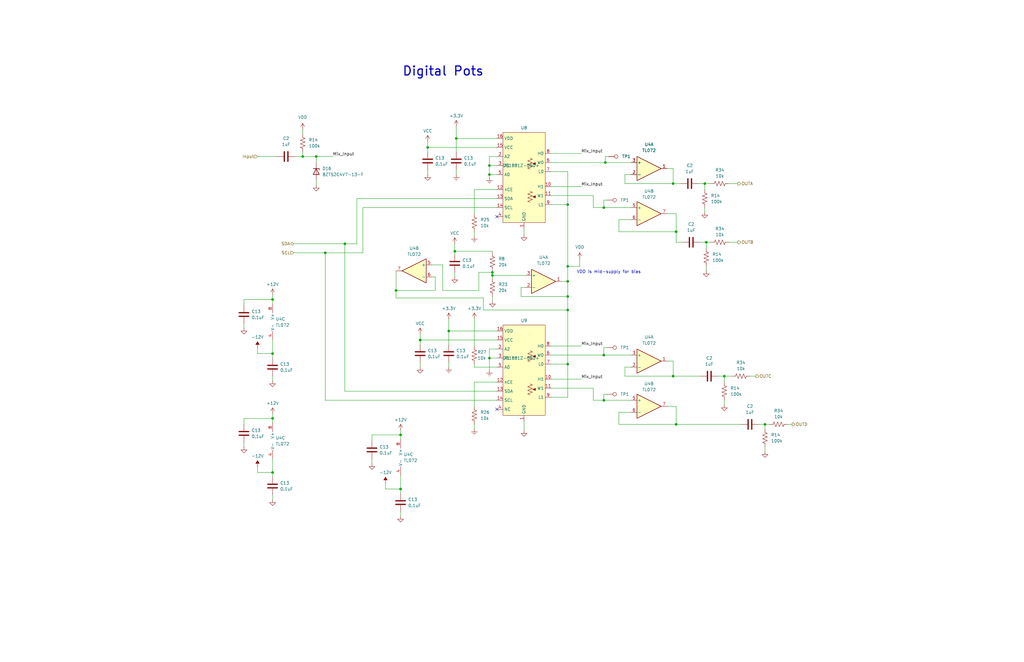
<source format=kicad_sch>
(kicad_sch (version 20230121) (generator eeschema)
  (paper "B")
  (title_block (title "Quadrophonic Joystick Mixer") (date "2024-02-14") (rev "P1"))
  (lib_symbols
    (symbol "Amplifier_Operational:OPA1692xD" (pin_names (offset 0.127))
      (property "Reference" "U" (at 2.54 6.35 0))
      (property "Value" "OPA1692xD" (at 2.54 3.81 0))
      (symbol "OPA1692xD_1_1"
        (pin output line (at 7.62 0 180) (length 2.54) (name "~") (number "1"))
        (pin input line (at -7.62 -2.54 0) (length 2.54) (name "-") (number "2"))
        (pin input line (at -7.62 2.54 0) (length 2.54) (name "+") (number "3"))
      )
      (symbol "OPA1692xD_2_1"
        (pin input line (at -7.62 2.54 0) (length 2.54) (name "+") (number "5"))
        (pin input line (at -7.62 -2.54 0) (length 2.54) (name "-") (number "6"))
        (pin output line (at 7.62 0 180) (length 2.54) (name "~") (number "7"))
      )
      (symbol "OPA1692xD_3_1"
        (pin power_in line (at 0 -7.62 90) (length 3.81) (name "V-") (number "4"))
        (pin power_in line (at 0 7.62 270) (length 3.81) (name "V+") (number "8"))
      )
    )
    (symbol "Connector:TestPoint" (pin_numbers hide) (pin_names (offset 0.762) hide)
      (property "Reference" "TP" (at 0 6.858 0))
      (property "Value" "TestPoint" (at 0 5.08 0))
      (symbol "TestPoint_1_1"
        (pin passive line (at 0 0 90) (length 2.54) (name "1") (number "1"))
      )
    )
    (symbol "Device:C" (pin_numbers hide) (pin_names (offset 0.254))
      (property "Reference" "C" (at 0.635 2.54 0))
      (property "Value" "C" (at 0.635 -2.54 0))
      (symbol "C_1_1"
        (pin passive line (at 0 3.81 270) (length 2.794) (name "~") (number "1"))
        (pin passive line (at 0 -3.81 90) (length 2.794) (name "~") (number "2"))
      )
    )
    (symbol "Device:D_Zener" (pin_numbers hide) (pin_names (offset 1.016) hide)
      (property "Reference" "D" (at 0 2.54 0))
      (property "Value" "D_Zener" (at 0 -2.54 0))
      (symbol "D_Zener_1_1"
        (pin passive line (at -3.81 0 0) (length 2.54) (name "K") (number "1"))
        (pin passive line (at 3.81 0 180) (length 2.54) (name "A") (number "2"))
      )
    )
    (symbol "Device:R_US" (pin_numbers hide) (pin_names (offset 0))
      (property "Reference" "R" (at 2.54 0 90))
      (property "Value" "R_US" (at -2.54 0 90))
      (symbol "R_US_1_1"
        (pin passive line (at 0 3.81 270) (length 1.27) (name "~") (number "1"))
        (pin passive line (at 0 -3.81 90) (length 1.27) (name "~") (number "2"))
      )
    )
    (symbol "Eyewool ICs:DS1881Z-050+"
      (property "Reference" "U" (at 0 11.43 0))
      (symbol "DS1881Z-050+_1_1"
        (pin power_in line (at 0 -26.67 90) (length 2.54) (name "GND") (number "1"))
        (pin bidirectional line (at 11.43 -8.89 180) (length 2.54) (name "H1") (number "10"))
        (pin bidirectional line (at 11.43 -12.7 180) (length 2.54) (name "W1") (number "11"))
        (pin input line (at -11.43 -10.16 0) (length 2.54) (name "nCE") (number "12"))
        (pin bidirectional line (at -11.43 -13.97 0) (length 2.54) (name "SDA") (number "13"))
        (pin input line (at -11.43 -17.78 0) (length 2.54) (name "SCL") (number "14"))
        (pin power_in line (at -11.43 7.62 0) (length 2.54) (name "VCC") (number "15"))
        (pin power_in line (at -11.43 11.43 0) (length 2.54) (name "VDD") (number "16"))
        (pin input line (at -11.43 3.81 0) (length 2.54) (name "A2") (number "2"))
        (pin input line (at -11.43 0 0) (length 2.54) (name "A1") (number "3"))
        (pin input line (at -11.43 -21.59 0) (length 2.54) (name "NC") (number "4"))
        (pin input line (at -11.43 -3.81 0) (length 2.54) (name "A0") (number "5"))
        (pin bidirectional line (at 11.43 1.27 180) (length 2.54) (name "W0") (number "6"))
        (pin bidirectional line (at 11.43 -2.54 180) (length 2.54) (name "L0") (number "7"))
        (pin bidirectional line (at 11.43 5.08 180) (length 2.54) (name "H0") (number "8"))
        (pin bidirectional line (at 11.43 -16.51 180) (length 2.54) (name "L1") (number "9"))
      )
    )
    (symbol "power:+12V" (power) (pin_names (offset 0))
      (property "Value" "+12V" (at 0 3.556 0))
      (symbol "+12V_1_1"
        (pin power_in line (at 0 0 90) (length 0) hide (name "+12V") (number "1"))
      )
    )
    (symbol "power:+3.3V" (power) (pin_names (offset 0))
      (property "Value" "+3.3V" (at 0 3.556 0))
      (symbol "+3.3V_1_1"
        (pin power_in line (at 0 0 90) (length 0) hide (name "+3.3V") (number "1"))
      )
    )
    (symbol "power:-12V" (power) (pin_names (offset 0))
      (property "Value" "-12V" (at 0 3.81 0))
      (symbol "-12V_0_0"
        (pin power_in line (at 0 0 90) (length 0) hide (name "-12V") (number "1"))
      )
    )
    (symbol "power:Earth" (power) (pin_names (offset 0))
      (symbol "Earth_1_1"
        (pin power_in line (at 0 0 270) (length 0) hide (name "Earth") (number "1"))
      )
    )
    (symbol "power:GND" (power) (pin_names (offset 0))
      (property "Value" "GND" (at 0 -3.81 0))
      (symbol "GND_1_1"
        (pin power_in line (at 0 0 270) (length 0) hide (name "GND") (number "1"))
      )
    )
    (symbol "power:VCC" (power) (pin_names (offset 0))
      (property "Value" "VCC" (at 0 3.81 0))
      (symbol "VCC_1_1"
        (pin power_in line (at 0 0 90) (length 0) hide (name "VCC") (number "1"))
      )
    )
    (symbol "power:VDD" (power) (pin_names (offset 0))
      (property "Value" "VDD" (at 0 3.81 0))
      (symbol "VDD_1_1"
        (pin power_in line (at 0 0 90) (length 0) hide (name "VDD") (number "1"))
      )
    )
  )
  (junction (at 206.375 151.13))
  (junction (at 255.27 68.58))
  (junction (at 137.16 106.68))
  (junction (at 167.005 122.555))
  (junction (at 297.18 77.47))
  (junction (at 145.415 102.87))
  (junction (at 114.935 176.53))
  (junction (at 239.395 86.36))
  (junction (at 114.935 149.225))
  (junction (at 177.165 143.51))
  (junction (at 206.375 69.85))
  (junction (at 283.845 158.75))
  (junction (at 206.375 73.66))
  (junction (at 239.395 112.395))
  (junction (at 189.23 139.7))
  (junction (at 239.395 130.81))
  (junction (at 254.635 87.63))
  (junction (at 191.77 106.045))
  (junction (at 285.115 179.07))
  (junction (at 114.935 126.365))
  (junction (at 305.435 158.75))
  (junction (at 254.635 149.86))
  (junction (at 254.635 168.91))
  (junction (at 207.645 114.935))
  (junction (at 285.115 97.79))
  (junction (at 133.35 66.04))
  (junction (at 322.58 179.07))
  (junction (at 283.845 77.47))
  (junction (at 207.645 116.205))
  (junction (at 168.91 183.515))
  (junction (at 192.405 58.42))
  (junction (at 114.935 199.39))
  (junction (at 127.635 66.04))
  (junction (at 180.34 62.23))
  (junction (at 297.815 102.235))
  (junction (at 239.395 118.745))
  (junction (at 168.91 206.375))
  (junction (at 239.395 153.67))
  (junction (at 239.395 125.095))
  (no_connect (at 209.55 172.72))
  (no_connect (at 209.55 91.44))
  (wire (pts (xy 209.55 147.32) (xy 206.375 147.32)))
  (wire (pts (xy 123.825 106.68) (xy 137.16 106.68)))
  (wire (pts (xy 209.55 62.23) (xy 180.34 62.23)))
  (wire (pts (xy 200.025 161.29) (xy 200.025 171.45)))
  (wire (pts (xy 108.585 66.04) (xy 116.84 66.04)))
  (wire (pts (xy 177.165 153.035) (xy 177.165 154.94)))
  (wire (pts (xy 127.635 54.61) (xy 127.635 56.515)))
  (wire (pts (xy 285.115 90.17) (xy 281.305 90.17)))
  (wire (pts (xy 206.375 66.04) (xy 206.375 69.85)))
  (wire (pts (xy 232.41 78.74) (xy 245.11 78.74)))
  (wire (pts (xy 255.27 68.58) (xy 266.065 68.58)))
  (wire (pts (xy 200.025 80.01) (xy 200.025 90.17)))
  (wire (pts (xy 127.635 66.04) (xy 124.46 66.04)))
  (wire (pts (xy 108.585 199.39) (xy 108.585 196.85)))
  (wire (pts (xy 297.18 87.63) (xy 297.18 89.535)))
  (wire (pts (xy 145.415 165.1) (xy 209.55 165.1)))
  (wire (pts (xy 186.69 122.555) (xy 201.93 122.555)))
  (wire (pts (xy 266.065 173.99) (xy 260.985 173.99)))
  (wire (pts (xy 239.395 72.39) (xy 239.395 86.36)))
  (wire (pts (xy 255.27 66.04) (xy 255.27 68.58)))
  (wire (pts (xy 283.845 158.75) (xy 295.275 158.75)))
  (wire (pts (xy 189.23 139.7) (xy 209.55 139.7)))
  (wire (pts (xy 191.77 114.935) (xy 191.77 116.84)))
  (wire (pts (xy 191.77 102.87) (xy 191.77 106.045)))
  (wire (pts (xy 206.375 69.85) (xy 206.375 73.66)))
  (wire (pts (xy 255.905 84.455) (xy 254.635 84.455)))
  (wire (pts (xy 114.935 149.225) (xy 114.935 151.13)))
  (wire (pts (xy 133.35 66.04) (xy 133.35 68.58)))
  (wire (pts (xy 285.115 179.07) (xy 312.42 179.07)))
  (wire (pts (xy 186.69 111.76) (xy 186.69 122.555)))
  (wire (pts (xy 307.34 102.235) (xy 311.15 102.235)))
  (wire (pts (xy 295.275 102.235) (xy 297.815 102.235)))
  (wire (pts (xy 189.23 139.7) (xy 189.23 134.62)))
  (wire (pts (xy 255.905 166.37) (xy 254.635 166.37)))
  (wire (pts (xy 297.815 102.235) (xy 297.815 104.775)))
  (wire (pts (xy 123.825 102.87) (xy 145.415 102.87)))
  (wire (pts (xy 191.77 106.045) (xy 191.77 107.315)))
  (wire (pts (xy 239.395 130.81) (xy 203.835 130.81)))
  (wire (pts (xy 203.835 125.73) (xy 167.005 125.73)))
  (wire (pts (xy 200.025 134.62) (xy 200.025 146.05)))
  (wire (pts (xy 192.405 58.42) (xy 192.405 53.34)))
  (wire (pts (xy 114.935 174.625) (xy 114.935 176.53)))
  (wire (pts (xy 232.41 163.83) (xy 250.19 163.83)))
  (wire (pts (xy 263.525 158.75) (xy 283.845 158.75)))
  (wire (pts (xy 263.525 154.94) (xy 263.525 158.75)))
  (wire (pts (xy 127.635 66.04) (xy 133.35 66.04)))
  (wire (pts (xy 114.935 124.46) (xy 114.935 126.365)))
  (wire (pts (xy 236.855 118.745) (xy 239.395 118.745)))
  (wire (pts (xy 239.395 153.67) (xy 239.395 167.64)))
  (wire (pts (xy 283.845 158.75) (xy 283.845 152.4)))
  (wire (pts (xy 266.065 92.71) (xy 260.985 92.71)))
  (wire (pts (xy 177.165 143.51) (xy 177.165 145.415)))
  (wire (pts (xy 127.635 64.135) (xy 127.635 66.04)))
  (wire (pts (xy 209.55 69.85) (xy 206.375 69.85)))
  (wire (pts (xy 108.585 149.225) (xy 108.585 146.685)))
  (wire (pts (xy 189.23 139.7) (xy 189.23 145.415)))
  (wire (pts (xy 232.41 64.77) (xy 245.11 64.77)))
  (wire (pts (xy 244.475 112.395) (xy 239.395 112.395)))
  (wire (pts (xy 283.845 77.47) (xy 287.02 77.47)))
  (wire (pts (xy 322.58 179.07) (xy 324.485 179.07)))
  (wire (pts (xy 167.005 122.555) (xy 183.515 122.555)))
  (wire (pts (xy 305.435 168.91) (xy 305.435 170.815)))
  (wire (pts (xy 232.41 160.02) (xy 245.11 160.02)))
  (wire (pts (xy 150.495 83.82) (xy 209.55 83.82)))
  (wire (pts (xy 177.165 143.51) (xy 209.55 143.51)))
  (wire (pts (xy 168.91 200.66) (xy 168.91 206.375)))
  (wire (pts (xy 192.405 58.42) (xy 192.405 64.135)))
  (wire (pts (xy 220.98 177.8) (xy 220.98 181.61)))
  (wire (pts (xy 305.435 158.75) (xy 305.435 161.29)))
  (wire (pts (xy 232.41 82.55) (xy 250.19 82.55)))
  (wire (pts (xy 162.56 206.375) (xy 162.56 203.835)))
  (wire (pts (xy 200.025 179.07) (xy 200.025 180.975)))
  (wire (pts (xy 168.91 215.9) (xy 168.91 217.805)))
  (wire (pts (xy 102.87 126.365) (xy 114.935 126.365)))
  (wire (pts (xy 232.41 86.36) (xy 239.395 86.36)))
  (wire (pts (xy 232.41 167.64) (xy 239.395 167.64)))
  (wire (pts (xy 201.93 114.935) (xy 207.645 114.935)))
  (wire (pts (xy 250.19 163.83) (xy 250.19 168.91)))
  (wire (pts (xy 250.19 87.63) (xy 254.635 87.63)))
  (wire (pts (xy 254.635 166.37) (xy 254.635 168.91)))
  (wire (pts (xy 168.91 206.375) (xy 162.56 206.375)))
  (wire (pts (xy 207.645 114.3) (xy 207.645 114.935)))
  (wire (pts (xy 156.845 186.055) (xy 156.845 183.515)))
  (wire (pts (xy 207.645 106.68) (xy 207.645 106.045)))
  (wire (pts (xy 168.91 183.515) (xy 168.91 185.42)))
  (wire (pts (xy 254.635 146.685) (xy 254.635 149.86)))
  (wire (pts (xy 297.18 77.47) (xy 299.72 77.47)))
  (wire (pts (xy 180.34 71.755) (xy 180.34 73.66)))
  (wire (pts (xy 114.935 126.365) (xy 114.935 128.27)))
  (wire (pts (xy 263.525 77.47) (xy 283.845 77.47)))
  (wire (pts (xy 297.815 102.235) (xy 299.72 102.235)))
  (wire (pts (xy 285.115 179.07) (xy 285.115 171.45)))
  (wire (pts (xy 294.64 77.47) (xy 297.18 77.47)))
  (wire (pts (xy 250.19 82.55) (xy 250.19 87.63)))
  (wire (pts (xy 207.645 125.095) (xy 207.645 127)))
  (wire (pts (xy 283.845 152.4) (xy 281.305 152.4)))
  (wire (pts (xy 192.405 71.755) (xy 192.405 73.66)))
  (wire (pts (xy 167.005 114.3) (xy 167.005 122.555)))
  (wire (pts (xy 239.395 130.81) (xy 239.395 153.67)))
  (wire (pts (xy 209.55 80.01) (xy 200.025 80.01)))
  (wire (pts (xy 200.025 154.94) (xy 209.55 154.94)))
  (wire (pts (xy 189.23 153.035) (xy 189.23 154.94)))
  (wire (pts (xy 102.87 176.53) (xy 114.935 176.53)))
  (wire (pts (xy 182.245 111.76) (xy 186.69 111.76)))
  (wire (pts (xy 137.16 106.68) (xy 153.035 106.68)))
  (wire (pts (xy 114.935 176.53) (xy 114.935 178.435)))
  (wire (pts (xy 145.415 102.87) (xy 150.495 102.87)))
  (wire (pts (xy 114.935 193.675) (xy 114.935 199.39)))
  (wire (pts (xy 200.025 153.67) (xy 200.025 154.94)))
  (wire (pts (xy 209.55 161.29) (xy 200.025 161.29)))
  (wire (pts (xy 320.04 179.07) (xy 322.58 179.07)))
  (wire (pts (xy 285.115 102.235) (xy 285.115 97.79)))
  (wire (pts (xy 287.655 102.235) (xy 285.115 102.235)))
  (wire (pts (xy 209.55 66.04) (xy 206.375 66.04)))
  (wire (pts (xy 254.635 149.86) (xy 266.065 149.86)))
  (wire (pts (xy 203.835 130.81) (xy 203.835 125.73)))
  (wire (pts (xy 114.935 158.75) (xy 114.935 160.655)))
  (wire (pts (xy 133.35 76.2) (xy 133.35 78.105)))
  (wire (pts (xy 239.395 86.36) (xy 239.395 112.395)))
  (wire (pts (xy 244.475 109.22) (xy 244.475 112.395)))
  (wire (pts (xy 322.58 179.07) (xy 322.58 180.975)))
  (wire (pts (xy 207.645 106.045) (xy 191.77 106.045)))
  (wire (pts (xy 232.41 146.05) (xy 245.11 146.05)))
  (wire (pts (xy 153.035 106.68) (xy 153.035 87.63)))
  (wire (pts (xy 168.91 181.61) (xy 168.91 183.515)))
  (wire (pts (xy 102.87 136.525) (xy 102.87 138.43)))
  (wire (pts (xy 219.71 121.285) (xy 221.615 121.285)))
  (wire (pts (xy 206.375 147.32) (xy 206.375 151.13)))
  (wire (pts (xy 239.395 118.745) (xy 239.395 125.095)))
  (wire (pts (xy 209.55 58.42) (xy 192.405 58.42)))
  (wire (pts (xy 209.55 151.13) (xy 206.375 151.13)))
  (wire (pts (xy 297.815 112.395) (xy 297.815 114.3)))
  (wire (pts (xy 114.935 199.39) (xy 108.585 199.39)))
  (wire (pts (xy 232.41 149.86) (xy 254.635 149.86)))
  (wire (pts (xy 209.55 73.66) (xy 206.375 73.66)))
  (wire (pts (xy 220.98 96.52) (xy 220.98 99.06)))
  (wire (pts (xy 232.41 68.58) (xy 255.27 68.58)))
  (wire (pts (xy 332.105 179.07) (xy 334.01 179.07)))
  (wire (pts (xy 156.845 183.515) (xy 168.91 183.515)))
  (wire (pts (xy 114.935 143.51) (xy 114.935 149.225)))
  (wire (pts (xy 207.645 114.935) (xy 207.645 116.205)))
  (wire (pts (xy 285.115 97.79) (xy 285.115 90.17)))
  (wire (pts (xy 219.71 125.095) (xy 219.71 121.285)))
  (wire (pts (xy 207.645 116.205) (xy 207.645 117.475)))
  (wire (pts (xy 285.115 171.45) (xy 281.305 171.45)))
  (wire (pts (xy 256.54 66.04) (xy 255.27 66.04)))
  (wire (pts (xy 316.23 158.75) (xy 318.77 158.75)))
  (wire (pts (xy 250.19 168.91) (xy 254.635 168.91)))
  (wire (pts (xy 260.985 179.07) (xy 285.115 179.07)))
  (wire (pts (xy 180.34 62.23) (xy 180.34 59.69)))
  (wire (pts (xy 260.985 92.71) (xy 260.985 97.79)))
  (wire (pts (xy 283.845 77.47) (xy 283.845 71.12)))
  (wire (pts (xy 254.635 87.63) (xy 266.065 87.63)))
  (wire (pts (xy 232.41 153.67) (xy 239.395 153.67)))
  (wire (pts (xy 156.845 193.675) (xy 156.845 195.58)))
  (wire (pts (xy 263.525 73.66) (xy 266.065 73.66)))
  (wire (pts (xy 260.985 173.99) (xy 260.985 179.07)))
  (wire (pts (xy 283.845 71.12) (xy 281.305 71.12)))
  (wire (pts (xy 206.375 73.66) (xy 206.375 74.93)))
  (wire (pts (xy 180.34 62.23) (xy 180.34 64.135)))
  (wire (pts (xy 177.165 143.51) (xy 177.165 140.97)))
  (wire (pts (xy 239.395 125.095) (xy 219.71 125.095)))
  (wire (pts (xy 114.935 149.225) (xy 108.585 149.225)))
  (wire (pts (xy 255.905 146.685) (xy 254.635 146.685)))
  (wire (pts (xy 263.525 154.94) (xy 266.065 154.94)))
  (wire (pts (xy 168.91 206.375) (xy 168.91 208.28)))
  (wire (pts (xy 263.525 73.66) (xy 263.525 77.47)))
  (wire (pts (xy 114.935 208.915) (xy 114.935 210.82)))
  (wire (pts (xy 239.395 125.095) (xy 239.395 130.81)))
  (wire (pts (xy 221.615 116.205) (xy 207.645 116.205)))
  (wire (pts (xy 133.35 66.04) (xy 140.335 66.04)))
  (wire (pts (xy 254.635 168.91) (xy 266.065 168.91)))
  (wire (pts (xy 302.895 158.75) (xy 305.435 158.75)))
  (wire (pts (xy 206.375 151.13) (xy 206.375 156.21)))
  (wire (pts (xy 167.005 125.73) (xy 167.005 122.555)))
  (wire (pts (xy 260.985 97.79) (xy 285.115 97.79)))
  (wire (pts (xy 200.025 97.79) (xy 200.025 99.695)))
  (wire (pts (xy 153.035 87.63) (xy 209.55 87.63)))
  (wire (pts (xy 137.16 168.91) (xy 209.55 168.91)))
  (wire (pts (xy 297.18 77.47) (xy 297.18 80.01)))
  (wire (pts (xy 183.515 116.84) (xy 182.245 116.84)))
  (wire (pts (xy 102.87 128.905) (xy 102.87 126.365)))
  (wire (pts (xy 183.515 122.555) (xy 183.515 116.84)))
  (wire (pts (xy 322.58 188.595) (xy 322.58 190.5)))
  (wire (pts (xy 114.935 199.39) (xy 114.935 201.295)))
  (wire (pts (xy 201.93 122.555) (xy 201.93 114.935)))
  (wire (pts (xy 102.87 179.07) (xy 102.87 176.53)))
  (wire (pts (xy 305.435 158.75) (xy 308.61 158.75)))
  (wire (pts (xy 102.87 186.69) (xy 102.87 188.595)))
  (wire (pts (xy 239.395 112.395) (xy 239.395 118.745)))
  (wire (pts (xy 307.34 77.47) (xy 311.15 77.47)))
  (wire (pts (xy 254.635 84.455) (xy 254.635 87.63)))
  (wire (pts (xy 137.16 168.91) (xy 137.16 106.68)))
  (wire (pts (xy 150.495 102.87) (xy 150.495 83.82)))
  (wire (pts (xy 145.415 165.1) (xy 145.415 102.87)))
  (wire (pts (xy 232.41 72.39) (xy 239.395 72.39)))
  (text "VDD is mid-supply for bias" (at 243.205 115.57 0) (effects (font (size 1.27 1.27)) (justify left bottom)))
  (text "Digital Pots" (at 169.545 32.385 0) (effects (font (size 3.81 3.81) (thickness 0.508) bold) (justify left bottom)))
  (label "Mix_Input" (at 245.11 78.74 0))
  (label "Mix_Input" (at 140.335 66.04 0))
  (label "Mix_Input" (at 245.11 146.05 0))
  (label "Mix_Input" (at 245.11 64.77 0))
  (label "Mix_Input" (at 245.11 160.02 0))
  (hierarchical_label "OUTC" (shape output) (at 318.77 158.75 0))
  (hierarchical_label "SDA" (shape bidirectional) (at 123.825 102.87 180))
  (hierarchical_label "OUTA" (shape output) (at 311.15 77.47 0))
  (hierarchical_label "OUTD" (shape output) (at 334.01 179.07 0))
  (hierarchical_label "SCL" (shape input) (at 123.825 106.68 180))
  (hierarchical_label "Input" (shape input) (at 108.585 66.04 180))
  (hierarchical_label "OUTB" (shape output) (at 311.15 102.235 0))
  (symbol (lib_id "Eyewool ICs:DS1881Z-050+") (at 220.98 69.85 0) (unit 1)
    (property "Reference" "U8" (at 220.98 53.975 0))
    (property "Value" "DS1881Z-050+" (at 219.71 69.85 0))
    (property "Footprint" "Package_SO:SOIC-16_3.9x9.9mm_P1.27mm" (effects hide))
    (property "Datasheet" "https://www.analog.com/media/en/technical-documentation/data-sheets/ds1881.pdf" (effects hide))
    (property "DK PN" "DS1881Z-050+-ND" (effects hide))
    (property "MPN" "DS1881Z-050+" (effects hide))
    (property "Source" "DK" (effects hide))
    (instances (project "Quad Joystick Mixer" (path "" (reference "U8") (unit 1)) (path "" (reference "U13") (unit 1))))
  )
  (symbol (lib_id "Device:C") (at 102.87 182.88 0) (unit 1)
    (property "Reference" "C13" (at 106.045 181.61 0) (effects (justify left)))
    (property "Value" "0.1uF" (at 106.045 184.15 0) (effects (justify left)))
    (property "Footprint" "Capacitor_SMD:C_0805_2012Metric_Pad1.18x1.45mm_HandSolder" (effects hide))
    (property "DK PN" "1276-1003-1-ND" (effects hide))
    (property "MPN" "CL21B104KBCNNNC" (effects hide))
    (property "Source" "DK" (effects hide))
    (instances (project "Quad Joystick Mixer" (path "" (reference "C13") (unit 1)) (path "" (reference "C11") (unit 1)) (path "" (reference "C31") (unit 1)) (path "" (reference "C8") (unit 1)) (path "" (reference "C67") (unit 1))))
  )
  (symbol (lib_id "Device:R_US") (at 207.645 110.49 0) (unit 1)
    (property "Reference" "R8" (at 210.185 109.22 0) (effects (justify left)))
    (property "Value" "20k" (at 210.185 111.76 0) (effects (justify left)))
    (property "Footprint" "Resistor_SMD:R_0805_2012Metric_Pad1.20x1.40mm_HandSolder" (effects hide))
    (property "DK PN" "RMCF0805FT20K0CT-ND" (effects hide))
    (property "MPN" "RMCF0805FT20K0" (effects hide))
    (property "Source" "DK" (effects hide))
    (instances (project "Quad Joystick Mixer" (path "" (reference "R8") (unit 1)) (path "" (reference "R54") (unit 1))))
  )
  (symbol (lib_id "Device:C") (at 192.405 67.945 0) (unit 1)
    (property "Reference" "C13" (at 195.58 66.675 0) (effects (justify left)))
    (property "Value" "0.1uF" (at 195.58 69.215 0) (effects (justify left)))
    (property "Footprint" "Capacitor_SMD:C_0805_2012Metric_Pad1.18x1.45mm_HandSolder" (effects hide))
    (property "DK PN" "1276-1003-1-ND" (effects hide))
    (property "MPN" "CL21B104KBCNNNC" (effects hide))
    (property "Source" "DK" (effects hide))
    (instances (project "Quad Joystick Mixer" (path "" (reference "C13") (unit 1)) (path "" (reference "C11") (unit 1)) (path "" (reference "C30") (unit 1)) (path "" (reference "C38") (unit 1)) (path "" (reference "C57") (unit 1))))
  )
  (symbol (lib_id "power:VCC") (at 191.77 102.87 0) (unit 1)
    (property "Reference" "#PWR061" (effects hide))
    (property "Value" "VCC" (at 191.77 98.425 0))
    (instances (project "Quad Joystick Mixer" (path "" (reference "#PWR061") (unit 1)) (path "" (reference "#PWR0112") (unit 1))))
  )
  (symbol (lib_id "Connector:TestPoint") (at 255.905 146.685 270) (unit 1)
    (property "Reference" "TP1" (at 261.62 146.685 90) (effects (justify left)))
    (property "Value" "TestPoint" (effects hide))
    (property "Footprint" "TestPoint:TestPoint_THTPad_D1.5mm_Drill0.7mm" (effects hide))
    (property "Source" "NA" (effects hide))
    (instances (project "Quad Joystick Mixer" (path "" (reference "TP1") (unit 1)) (path "" (reference "TP12") (unit 1)) (path "" (reference "TP13") (unit 1))))
  )
  (symbol (lib_id "Device:C") (at 114.935 154.94 0) (unit 1)
    (property "Reference" "C13" (at 118.11 153.67 0) (effects (justify left)))
    (property "Value" "0.1uF" (at 118.11 156.21 0) (effects (justify left)))
    (property "Footprint" "Capacitor_SMD:C_0805_2012Metric_Pad1.18x1.45mm_HandSolder" (effects hide))
    (property "DK PN" "1276-1003-1-ND" (effects hide))
    (property "MPN" "CL21B104KBCNNNC" (effects hide))
    (property "Source" "DK" (effects hide))
    (instances (project "Quad Joystick Mixer" (path "" (reference "C13") (unit 1)) (path "" (reference "C11") (unit 1)) (path "" (reference "C30") (unit 1)) (path "" (reference "C34") (unit 1)) (path "" (reference "C64") (unit 1))))
  )
  (symbol (lib_id "Amplifier_Operational:OPA1692xD") (at 273.685 90.17 0) (unit 2)
    (property "Reference" "U4" (at 273.685 80.645 0))
    (property "Value" "TL072" (at 273.685 83.185 0))
    (property "Footprint" "Package_SO:SOIC-8_3.9x4.9mm_P1.27mm" (effects hide))
    (property "Datasheet" "https://www.ti.com/lit/ds/symlink/opa1692.pdf" (effects hide))
    (property "Source" "DK" (effects hide))
    (property "DK PN" "296-TL072HIDRCT-ND" (effects hide))
    (property "MPN" "TL072HIDR" (effects hide))
    (instances (project "Quad Joystick Mixer" (path "" (reference "U4") (unit 2)) (path "" (reference "U6") (unit 2)) (path "" (reference "U14") (unit 2))))
  )
  (symbol (lib_id "power:+12V") (at 168.91 181.61 0) (unit 1)
    (property "Reference" "#PWR040" (effects hide))
    (property "Value" "+12V" (at 168.91 177.165 0))
    (instances (project "Quad Joystick Mixer" (path "" (reference "#PWR040") (unit 1)) (path "" (reference "#PWR015") (unit 1)) (path "" (reference "#PWR044") (unit 1)) (path "" (reference "#PWR076") (unit 1)) (path "" (reference "#PWR0129") (unit 1))))
  )
  (symbol (lib_id "Device:C") (at 177.165 149.225 0) (unit 1)
    (property "Reference" "C13" (at 180.34 147.955 0) (effects (justify left)))
    (property "Value" "0.1uF" (at 180.34 150.495 0) (effects (justify left)))
    (property "Footprint" "Capacitor_SMD:C_0805_2012Metric_Pad1.18x1.45mm_HandSolder" (effects hide))
    (property "DK PN" "1276-1003-1-ND" (effects hide))
    (property "MPN" "CL21B104KBCNNNC" (effects hide))
    (property "Source" "DK" (effects hide))
    (instances (project "Quad Joystick Mixer" (path "" (reference "C13") (unit 1)) (path "" (reference "C11") (unit 1)) (path "" (reference "C30") (unit 1)) (path "" (reference "C39") (unit 1)) (path "" (reference "C62") (unit 1))))
  )
  (symbol (lib_id "Device:C") (at 102.87 132.715 0) (unit 1)
    (property "Reference" "C13" (at 106.045 131.445 0) (effects (justify left)))
    (property "Value" "0.1uF" (at 106.045 133.985 0) (effects (justify left)))
    (property "Footprint" "Capacitor_SMD:C_0805_2012Metric_Pad1.18x1.45mm_HandSolder" (effects hide))
    (property "DK PN" "1276-1003-1-ND" (effects hide))
    (property "MPN" "CL21B104KBCNNNC" (effects hide))
    (property "Source" "DK" (effects hide))
    (instances (project "Quad Joystick Mixer" (path "" (reference "C13") (unit 1)) (path "" (reference "C11") (unit 1)) (path "" (reference "C31") (unit 1)) (path "" (reference "C16") (unit 1)) (path "" (reference "C61") (unit 1))))
  )
  (symbol (lib_id "power:VCC") (at 177.165 140.97 0) (unit 1)
    (property "Reference" "#PWR070" (effects hide))
    (property "Value" "VCC" (at 177.165 136.525 0))
    (instances (project "Quad Joystick Mixer" (path "" (reference "#PWR070") (unit 1)) (path "" (reference "#PWR0120") (unit 1))))
  )
  (symbol (lib_id "Device:C") (at 299.085 158.75 90) (unit 1)
    (property "Reference" "C2" (at 299.085 151.13 90))
    (property "Value" "1uF" (at 299.085 153.67 90))
    (property "Footprint" "Capacitor_SMD:C_0805_2012Metric_Pad1.18x1.45mm_HandSolder" (effects hide))
    (property "V" "50V" (effects hide))
    (property "DK PN" "1276-1029-1-ND" (effects hide))
    (property "MPN" "CL21B105KBFNNNE" (effects hide))
    (property "Source" "DK" (effects hide))
    (instances (project "Quad Joystick Mixer" (path "" (reference "C2") (unit 1)) (path "" (reference "C15") (unit 1)) (path "" (reference "C24") (unit 1)) (path "" (reference "C47") (unit 1)) (path "" (reference "C65") (unit 1))))
  )
  (symbol (lib_id "Amplifier_Operational:OPA1692xD") (at 229.235 118.745 0) (unit 1)
    (property "Reference" "U4" (at 229.235 108.585 0))
    (property "Value" "TL072" (at 229.235 111.125 0))
    (property "Footprint" "Package_SO:SOIC-8_3.9x4.9mm_P1.27mm" (effects hide))
    (property "Datasheet" "https://www.ti.com/lit/ds/symlink/opa1692.pdf" (effects hide))
    (property "Source" "DK" (effects hide))
    (property "DK PN" "296-TL072HIDRCT-ND" (effects hide))
    (property "MPN" "TL072HIDR" (effects hide))
    (instances (project "Quad Joystick Mixer" (path "" (reference "U4") (unit 1)) (path "" (reference "U7") (unit 1)) (path "" (reference "U15") (unit 1))))
  )
  (symbol (lib_id "Device:R_US") (at 312.42 158.75 270) (unit 1)
    (property "Reference" "R34" (at 312.42 153.035 90))
    (property "Value" "10k" (at 312.42 155.575 90))
    (property "Footprint" "Resistor_SMD:R_0805_2012Metric_Pad1.20x1.40mm_HandSolder" (effects hide))
    (property "Source" "DK" (effects hide))
    (property "DK PN" "RMCF0805JT10K0CT-ND" (effects hide))
    (property "MPN" "RMCF0805JT10K0" (effects hide))
    (instances (project "Quad Joystick Mixer" (path "" (reference "R34") (unit 1)) (path "" (reference "R46") (unit 1)) (path "" (reference "R57") (unit 1))))
  )
  (symbol (lib_id "power:+12V") (at 114.935 124.46 0) (unit 1)
    (property "Reference" "#PWR040" (effects hide))
    (property "Value" "+12V" (at 114.935 120.015 0))
    (instances (project "Quad Joystick Mixer" (path "" (reference "#PWR040") (unit 1)) (path "" (reference "#PWR015") (unit 1)) (path "" (reference "#PWR044") (unit 1)) (path "" (reference "#PWR054") (unit 1)) (path "" (reference "#PWR0115") (unit 1))))
  )
  (symbol (lib_id "Device:C") (at 168.91 212.09 0) (unit 1)
    (property "Reference" "C13" (at 172.085 210.82 0) (effects (justify left)))
    (property "Value" "0.1uF" (at 172.085 213.36 0) (effects (justify left)))
    (property "Footprint" "Capacitor_SMD:C_0805_2012Metric_Pad1.18x1.45mm_HandSolder" (effects hide))
    (property "DK PN" "1276-1003-1-ND" (effects hide))
    (property "MPN" "CL21B104KBCNNNC" (effects hide))
    (property "Source" "DK" (effects hide))
    (instances (project "Quad Joystick Mixer" (path "" (reference "C13") (unit 1)) (path "" (reference "C11") (unit 1)) (path "" (reference "C30") (unit 1)) (path "" (reference "C42") (unit 1)) (path "" (reference "C70") (unit 1))))
  )
  (symbol (lib_id "Device:C") (at 180.34 67.945 0) (unit 1)
    (property "Reference" "C13" (at 183.515 66.675 0) (effects (justify left)))
    (property "Value" "0.1uF" (at 183.515 69.215 0) (effects (justify left)))
    (property "Footprint" "Capacitor_SMD:C_0805_2012Metric_Pad1.18x1.45mm_HandSolder" (effects hide))
    (property "DK PN" "1276-1003-1-ND" (effects hide))
    (property "MPN" "CL21B104KBCNNNC" (effects hide))
    (property "Source" "DK" (effects hide))
    (instances (project "Quad Joystick Mixer" (path "" (reference "C13") (unit 1)) (path "" (reference "C11") (unit 1)) (path "" (reference "C30") (unit 1)) (path "" (reference "C35") (unit 1)) (path "" (reference "C56") (unit 1))))
  )
  (symbol (lib_id "Connector:TestPoint") (at 256.54 66.04 270) (unit 1)
    (property "Reference" "TP1" (at 262.255 66.04 90) (effects (justify left)))
    (property "Value" "TestPoint" (effects hide))
    (property "Footprint" "TestPoint:TestPoint_THTPad_D1.5mm_Drill0.7mm" (effects hide))
    (property "Source" "NA" (effects hide))
    (instances (project "Quad Joystick Mixer" (path "" (reference "TP1") (unit 1)) (path "" (reference "TP8") (unit 1)) (path "" (reference "TP9") (unit 1))))
  )
  (symbol (lib_id "power:GND") (at 220.98 99.06 0) (unit 1)
    (property "Reference" "#PWR047" (effects hide))
    (property "Value" "GND" (effects hide))
    (instances (project "Quad Joystick Mixer" (path "" (reference "#PWR047") (unit 1)) (path "" (reference "#PWR058") (unit 1)) (path "" (reference "#PWR0110") (unit 1))))
  )
  (symbol (lib_id "power:+12V") (at 114.935 174.625 0) (unit 1)
    (property "Reference" "#PWR040" (effects hide))
    (property "Value" "+12V" (at 114.935 170.18 0))
    (instances (project "Quad Joystick Mixer" (path "" (reference "#PWR040") (unit 1)) (path "" (reference "#PWR015") (unit 1)) (path "" (reference "#PWR044") (unit 1)) (path "" (reference "#PWR029") (unit 1)) (path "" (reference "#PWR0127") (unit 1))))
  )
  (symbol (lib_id "power:GND") (at 180.34 73.66 0) (unit 1)
    (property "Reference" "#PWR047" (effects hide))
    (property "Value" "GND" (effects hide))
    (instances (project "Quad Joystick Mixer" (path "" (reference "#PWR047") (unit 1)) (path "" (reference "#PWR060") (unit 1)) (path "" (reference "#PWR0105") (unit 1))))
  )
  (symbol (lib_id "power:Earth") (at 189.23 154.94 0) (unit 1)
    (property "Reference" "#PWR072" (effects hide))
    (property "Value" "Earth" (effects hide))
    (instances (project "Quad Joystick Mixer" (path "" (reference "#PWR072") (unit 1)) (path "" (reference "#PWR0123") (unit 1))))
  )
  (symbol (lib_id "Device:R_US") (at 305.435 165.1 0) (unit 1)
    (property "Reference" "R14" (at 307.975 163.83 0) (effects (justify left)))
    (property "Value" "100k" (at 307.975 166.37 0) (effects (justify left)))
    (property "Footprint" "Resistor_SMD:R_0805_2012Metric_Pad1.20x1.40mm_HandSolder" (effects hide))
    (property "Source" "DK" (effects hide))
    (property "DK PN" "RMCF0805FT100KCT-ND" (effects hide))
    (property "MPN" "RMCF0805FT100K" (effects hide))
    (instances (project "Quad Joystick Mixer" (path "" (reference "R14") (unit 1)) (path "" (reference "R30") (unit 1)) (path "" (reference "R58") (unit 1))))
  )
  (symbol (lib_id "power:+3.3V") (at 192.405 53.34 0) (unit 1)
    (property "Reference" "#PWR065" (effects hide))
    (property "Value" "+3.3V" (at 192.405 48.895 0))
    (instances (project "Quad Joystick Mixer" (path "" (reference "#PWR065") (unit 1)) (path "" (reference "#PWR0102") (unit 1))))
  )
  (symbol (lib_id "power:GND") (at 322.58 190.5 0) (unit 1)
    (property "Reference" "#PWR047" (effects hide))
    (property "Value" "GND" (effects hide))
    (instances (project "Quad Joystick Mixer" (path "" (reference "#PWR047") (unit 1)) (path "" (reference "#PWR089") (unit 1)) (path "" (reference "#PWR0132") (unit 1))))
  )
  (symbol (lib_id "Device:R_US") (at 303.53 77.47 270) (unit 1)
    (property "Reference" "R34" (at 303.53 71.755 90))
    (property "Value" "10k" (at 303.53 74.295 90))
    (property "Footprint" "Resistor_SMD:R_0805_2012Metric_Pad1.20x1.40mm_HandSolder" (effects hide))
    (property "Source" "DK" (effects hide))
    (property "DK PN" "RMCF0805JT10K0CT-ND" (effects hide))
    (property "MPN" "RMCF0805JT10K0" (effects hide))
    (instances (project "Quad Joystick Mixer" (path "" (reference "R34") (unit 1)) (path "" (reference "R44") (unit 1)) (path "" (reference "R49") (unit 1))))
  )
  (symbol (lib_id "power:Earth") (at 206.375 74.93 0) (unit 1)
    (property "Reference" "#PWR067" (effects hide))
    (property "Value" "Earth" (effects hide))
    (instances (project "Quad Joystick Mixer" (path "" (reference "#PWR067") (unit 1)) (path "" (reference "#PWR0107") (unit 1))))
  )
  (symbol (lib_id "Device:R_US") (at 200.025 175.26 0) (unit 1)
    (property "Reference" "R26" (at 202.565 173.99 0) (effects (justify left)))
    (property "Value" "10k" (at 202.565 176.53 0) (effects (justify left)))
    (property "Footprint" "Resistor_SMD:R_0805_2012Metric_Pad1.20x1.40mm_HandSolder" (effects hide))
    (property "Source" "DK" (effects hide))
    (property "DK PN" "RMCF0805JT10K0CT-ND" (effects hide))
    (property "MPN" "RMCF0805JT10K0" (effects hide))
    (instances (project "Quad Joystick Mixer" (path "" (reference "R26") (unit 1)) (path "" (reference "R59") (unit 1))))
  )
  (symbol (lib_id "power:Earth") (at 200.025 180.975 0) (unit 1)
    (property "Reference" "#PWR075" (effects hide))
    (property "Value" "Earth" (effects hide))
    (instances (project "Quad Joystick Mixer" (path "" (reference "#PWR075") (unit 1)) (path "" (reference "#PWR0128") (unit 1))))
  )
  (symbol (lib_id "Device:R_US") (at 328.295 179.07 270) (unit 1)
    (property "Reference" "R34" (at 328.295 173.355 90))
    (property "Value" "10k" (at 328.295 175.895 90))
    (property "Footprint" "Resistor_SMD:R_0805_2012Metric_Pad1.20x1.40mm_HandSolder" (effects hide))
    (property "Source" "DK" (effects hide))
    (property "DK PN" "RMCF0805JT10K0CT-ND" (effects hide))
    (property "MPN" "RMCF0805JT10K0" (effects hide))
    (instances (project "Quad Joystick Mixer" (path "" (reference "R34") (unit 1)) (path "" (reference "R47") (unit 1)) (path "" (reference "R60") (unit 1))))
  )
  (symbol (lib_id "power:Earth") (at 206.375 156.21 0) (unit 1)
    (property "Reference" "#PWR073" (effects hide))
    (property "Value" "Earth" (effects hide))
    (instances (project "Quad Joystick Mixer" (path "" (reference "#PWR073") (unit 1)) (path "" (reference "#PWR0124") (unit 1))))
  )
  (symbol (lib_id "Device:R_US") (at 303.53 102.235 270) (unit 1)
    (property "Reference" "R34" (at 303.53 96.52 90))
    (property "Value" "10k" (at 303.53 99.06 90))
    (property "Footprint" "Resistor_SMD:R_0805_2012Metric_Pad1.20x1.40mm_HandSolder" (effects hide))
    (property "Source" "DK" (effects hide))
    (property "DK PN" "RMCF0805JT10K0CT-ND" (effects hide))
    (property "MPN" "RMCF0805JT10K0" (effects hide))
    (instances (project "Quad Joystick Mixer" (path "" (reference "R34") (unit 1)) (path "" (reference "R45") (unit 1)) (path "" (reference "R52") (unit 1))))
  )
  (symbol (lib_id "Device:R_US") (at 207.645 121.285 0) (unit 1)
    (property "Reference" "R23" (at 210.185 120.015 0) (effects (justify left)))
    (property "Value" "20k" (at 210.185 122.555 0) (effects (justify left)))
    (property "Footprint" "Resistor_SMD:R_0805_2012Metric_Pad1.20x1.40mm_HandSolder" (effects hide))
    (property "DK PN" "RMCF0805FT20K0CT-ND" (effects hide))
    (property "MPN" "RMCF0805FT20K0" (effects hide))
    (property "Source" "DK" (effects hide))
    (instances (project "Quad Joystick Mixer" (path "" (reference "R23") (unit 1)) (path "" (reference "R55") (unit 1))))
  )
  (symbol (lib_id "Device:C") (at 290.83 77.47 90) (unit 1)
    (property "Reference" "C2" (at 290.83 69.85 90))
    (property "Value" "1uF" (at 290.83 72.39 90))
    (property "Footprint" "Capacitor_SMD:C_0805_2012Metric_Pad1.18x1.45mm_HandSolder" (effects hide))
    (property "V" "50V" (effects hide))
    (property "DK PN" "1276-1029-1-ND" (effects hide))
    (property "MPN" "CL21B105KBFNNNE" (effects hide))
    (property "Source" "DK" (effects hide))
    (instances (project "Quad Joystick Mixer" (path "" (reference "C2") (unit 1)) (path "" (reference "C15") (unit 1)) (path "" (reference "C24") (unit 1)) (path "" (reference "C45") (unit 1)) (path "" (reference "C58") (unit 1))))
  )
  (symbol (lib_id "power:GND") (at 156.845 195.58 0) (unit 1)
    (property "Reference" "#PWR046" (effects hide))
    (property "Value" "GND" (effects hide))
    (instances (project "Quad Joystick Mixer" (path "" (reference "#PWR046") (unit 1)) (path "" (reference "#PWR077") (unit 1)) (path "" (reference "#PWR0133") (unit 1))))
  )
  (symbol (lib_id "power:GND") (at 102.87 188.595 0) (unit 1)
    (property "Reference" "#PWR046" (effects hide))
    (property "Value" "GND" (effects hide))
    (instances (project "Quad Joystick Mixer" (path "" (reference "#PWR046") (unit 1)) (path "" (reference "#PWR048") (unit 1)) (path "" (reference "#PWR0131") (unit 1))))
  )
  (symbol (lib_id "Connector:TestPoint") (at 255.905 84.455 270) (unit 1)
    (property "Reference" "TP1" (at 261.62 84.455 90) (effects (justify left)))
    (property "Value" "TestPoint" (effects hide))
    (property "Footprint" "TestPoint:TestPoint_THTPad_D1.5mm_Drill0.7mm" (effects hide))
    (property "Source" "NA" (effects hide))
    (instances (project "Quad Joystick Mixer" (path "" (reference "TP1") (unit 1)) (path "" (reference "TP10") (unit 1)) (path "" (reference "TP11") (unit 1))))
  )
  (symbol (lib_id "Amplifier_Operational:OPA1692xD") (at 168.91 193.04 0) (unit 3)
    (property "Reference" "U4" (at 170.18 191.77 0) (effects (justify left)))
    (property "Value" "TL072" (at 170.18 194.31 0) (effects (justify left)))
    (property "Footprint" "Package_SO:SOIC-8_3.9x4.9mm_P1.27mm" (effects hide))
    (property "Datasheet" "https://www.ti.com/lit/ds/symlink/opa1692.pdf" (effects hide))
    (property "Source" "DK" (effects hide))
    (property "DK PN" "296-TL072HIDRCT-ND" (effects hide))
    (property "MPN" "TL072HIDR" (effects hide))
    (instances (project "Quad Joystick Mixer" (path "" (reference "U4") (unit 3)) (path "" (reference "U10") (unit 3)) (path "" (reference "U16") (unit 3))))
  )
  (symbol (lib_id "Device:R_US") (at 200.025 93.98 0) (unit 1)
    (property "Reference" "R25" (at 202.565 92.71 0) (effects (justify left)))
    (property "Value" "10k" (at 202.565 95.25 0) (effects (justify left)))
    (property "Footprint" "Resistor_SMD:R_0805_2012Metric_Pad1.20x1.40mm_HandSolder" (effects hide))
    (property "Source" "DK" (effects hide))
    (property "DK PN" "RMCF0805JT10K0CT-ND" (effects hide))
    (property "MPN" "RMCF0805JT10K0" (effects hide))
    (instances (project "Quad Joystick Mixer" (path "" (reference "R25") (unit 1)) (path "" (reference "R51") (unit 1))))
  )
  (symbol (lib_id "Device:C") (at 316.23 179.07 90) (unit 1)
    (property "Reference" "C2" (at 316.23 171.45 90))
    (property "Value" "1uF" (at 316.23 173.99 90))
    (property "Footprint" "Capacitor_SMD:C_0805_2012Metric_Pad1.18x1.45mm_HandSolder" (effects hide))
    (property "V" "50V" (effects hide))
    (property "DK PN" "1276-1029-1-ND" (effects hide))
    (property "MPN" "CL21B105KBFNNNE" (effects hide))
    (property "Source" "DK" (effects hide))
    (instances (project "Quad Joystick Mixer" (path "" (reference "C2") (unit 1)) (path "" (reference "C15") (unit 1)) (path "" (reference "C24") (unit 1)) (path "" (reference "C48") (unit 1)) (path "" (reference "C66") (unit 1))))
  )
  (symbol (lib_id "power:GND") (at 133.35 78.105 0) (unit 1)
    (property "Reference" "#PWR047" (effects hide))
    (property "Value" "GND" (effects hide))
    (instances (project "Quad Joystick Mixer" (path "" (reference "#PWR047") (unit 1)) (path "" (reference "#PWR091") (unit 1)) (path "" (reference "#PWR0108") (unit 1))))
  )
  (symbol (lib_id "Device:R_US") (at 297.18 83.82 0) (unit 1)
    (property "Reference" "R14" (at 299.72 82.55 0) (effects (justify left)))
    (property "Value" "100k" (at 299.72 85.09 0) (effects (justify left)))
    (property "Footprint" "Resistor_SMD:R_0805_2012Metric_Pad1.20x1.40mm_HandSolder" (effects hide))
    (property "Source" "DK" (effects hide))
    (property "DK PN" "RMCF0805FT100KCT-ND" (effects hide))
    (property "MPN" "RMCF0805FT100K" (effects hide))
    (instances (project "Quad Joystick Mixer" (path "" (reference "R14") (unit 1)) (path "" (reference "R28") (unit 1)) (path "" (reference "R50") (unit 1))))
  )
  (symbol (lib_id "Amplifier_Operational:OPA1692xD") (at 114.935 135.89 0) (unit 3)
    (property "Reference" "U4" (at 116.205 134.62 0) (effects (justify left)))
    (property "Value" "TL072" (at 116.205 137.16 0) (effects (justify left)))
    (property "Footprint" "Package_SO:SOIC-8_3.9x4.9mm_P1.27mm" (effects hide))
    (property "Datasheet" "https://www.ti.com/lit/ds/symlink/opa1692.pdf" (effects hide))
    (property "Source" "DK" (effects hide))
    (property "DK PN" "296-TL072HIDRCT-ND" (effects hide))
    (property "MPN" "TL072HIDR" (effects hide))
    (instances (project "Quad Joystick Mixer" (path "" (reference "U4") (unit 3)) (path "" (reference "U7") (unit 3)) (path "" (reference "U14") (unit 3))))
  )
  (symbol (lib_id "power:VDD") (at 244.475 109.22 0) (unit 1)
    (property "Reference" "#PWR0195" (effects hide))
    (property "Value" "VDD" (at 244.475 104.2809 0))
    (instances (project "Quad Joystick Mixer" (path "" (reference "#PWR0195") (unit 1)) (path "" (reference "#PWR0196") (unit 1))))
  )
  (symbol (lib_id "Device:R_US") (at 200.025 149.86 0) (unit 1)
    (property "Reference" "R27" (at 201.295 148.59 0) (effects (justify left)))
    (property "Value" "10k" (at 201.295 151.13 0) (effects (justify left)))
    (property "Footprint" "Resistor_SMD:R_0805_2012Metric_Pad1.20x1.40mm_HandSolder" (effects hide))
    (property "Source" "DK" (effects hide))
    (property "DK PN" "RMCF0805JT10K0CT-ND" (effects hide))
    (property "MPN" "RMCF0805JT10K0" (effects hide))
    (instances (project "Quad Joystick Mixer" (path "" (reference "R27") (unit 1)) (path "" (reference "R56") (unit 1))))
  )
  (symbol (lib_id "power:+3.3V") (at 189.23 134.62 0) (unit 1)
    (property "Reference" "#PWR069" (effects hide))
    (property "Value" "+3.3V" (at 189.23 130.175 0))
    (instances (project "Quad Joystick Mixer" (path "" (reference "#PWR069") (unit 1)) (path "" (reference "#PWR0117") (unit 1))))
  )
  (symbol (lib_id "power:-12V") (at 108.585 196.85 0) (unit 1)
    (property "Reference" "#PWR038" (effects hide))
    (property "Value" "-12V" (at 108.585 192.405 0))
    (instances (project "Quad Joystick Mixer" (path "" (reference "#PWR038") (unit 1)) (path "" (reference "#PWR08") (unit 1)) (path "" (reference "#PWR045") (unit 1)) (path "" (reference "#PWR049") (unit 1)) (path "" (reference "#PWR0134") (unit 1))))
  )
  (symbol (lib_id "power:GND") (at 220.98 181.61 0) (unit 1)
    (property "Reference" "#PWR047" (effects hide))
    (property "Value" "GND" (effects hide))
    (instances (project "Quad Joystick Mixer" (path "" (reference "#PWR047") (unit 1)) (path "" (reference "#PWR074") (unit 1)) (path "" (reference "#PWR0130") (unit 1))))
  )
  (symbol (lib_id "power:GND") (at 305.435 170.815 0) (unit 1)
    (property "Reference" "#PWR047" (effects hide))
    (property "Value" "GND" (effects hide))
    (instances (project "Quad Joystick Mixer" (path "" (reference "#PWR047") (unit 1)) (path "" (reference "#PWR088") (unit 1)) (path "" (reference "#PWR0126") (unit 1))))
  )
  (symbol (lib_id "power:GND") (at 168.91 217.805 0) (unit 1)
    (property "Reference" "#PWR047" (effects hide))
    (property "Value" "GND" (effects hide))
    (instances (project "Quad Joystick Mixer" (path "" (reference "#PWR047") (unit 1)) (path "" (reference "#PWR079") (unit 1)) (path "" (reference "#PWR0137") (unit 1))))
  )
  (symbol (lib_id "Amplifier_Operational:OPA1692xD") (at 273.685 152.4 0) (unit 1)
    (property "Reference" "U4" (at 273.685 142.24 0))
    (property "Value" "TL072" (at 273.685 144.78 0))
    (property "Footprint" "Package_SO:SOIC-8_3.9x4.9mm_P1.27mm" (effects hide))
    (property "Datasheet" "https://www.ti.com/lit/ds/symlink/opa1692.pdf" (effects hide))
    (property "Source" "DK" (effects hide))
    (property "DK PN" "296-TL072HIDRCT-ND" (effects hide))
    (property "MPN" "TL072HIDR" (effects hide))
    (instances (project "Quad Joystick Mixer" (path "" (reference "U4") (unit 1)) (path "" (reference "U10") (unit 1)) (path "" (reference "U16") (unit 1))))
  )
  (symbol (lib_id "Amplifier_Operational:OPA1692xD") (at 114.935 186.055 0) (unit 3)
    (property "Reference" "U4" (at 116.205 184.785 0) (effects (justify left)))
    (property "Value" "TL072" (at 116.205 187.325 0) (effects (justify left)))
    (property "Footprint" "Package_SO:SOIC-8_3.9x4.9mm_P1.27mm" (effects hide))
    (property "Datasheet" "https://www.ti.com/lit/ds/symlink/opa1692.pdf" (effects hide))
    (property "Source" "DK" (effects hide))
    (property "DK PN" "296-TL072HIDRCT-ND" (effects hide))
    (property "MPN" "TL072HIDR" (effects hide))
    (instances (project "Quad Joystick Mixer" (path "" (reference "U4") (unit 3)) (path "" (reference "U6") (unit 3)) (path "" (reference "U15") (unit 3))))
  )
  (symbol (lib_id "power:GND") (at 102.87 138.43 0) (unit 1)
    (property "Reference" "#PWR046" (effects hide))
    (property "Value" "GND" (effects hide))
    (instances (project "Quad Joystick Mixer" (path "" (reference "#PWR046") (unit 1)) (path "" (reference "#PWR055") (unit 1)) (path "" (reference "#PWR0119") (unit 1))))
  )
  (symbol (lib_id "power:Earth") (at 200.025 99.695 0) (unit 1)
    (property "Reference" "#PWR068" (effects hide))
    (property "Value" "Earth" (effects hide))
    (instances (project "Quad Joystick Mixer" (path "" (reference "#PWR068") (unit 1)) (path "" (reference "#PWR0111") (unit 1))))
  )
  (symbol (lib_id "power:Earth") (at 192.405 73.66 0) (unit 1)
    (property "Reference" "#PWR066" (effects hide))
    (property "Value" "Earth" (effects hide))
    (instances (project "Quad Joystick Mixer" (path "" (reference "#PWR066") (unit 1)) (path "" (reference "#PWR0106") (unit 1))))
  )
  (symbol (lib_id "Device:R_US") (at 297.815 108.585 0) (unit 1)
    (property "Reference" "R14" (at 300.355 107.315 0) (effects (justify left)))
    (property "Value" "100k" (at 300.355 109.855 0) (effects (justify left)))
    (property "Footprint" "Resistor_SMD:R_0805_2012Metric_Pad1.20x1.40mm_HandSolder" (effects hide))
    (property "Source" "DK" (effects hide))
    (property "DK PN" "RMCF0805FT100KCT-ND" (effects hide))
    (property "MPN" "RMCF0805FT100K" (effects hide))
    (instances (project "Quad Joystick Mixer" (path "" (reference "R14") (unit 1)) (path "" (reference "R29") (unit 1)) (path "" (reference "R53") (unit 1))))
  )
  (symbol (lib_id "Device:R_US") (at 322.58 184.785 0) (unit 1)
    (property "Reference" "R14" (at 325.12 183.515 0) (effects (justify left)))
    (property "Value" "100k" (at 325.12 186.055 0) (effects (justify left)))
    (property "Footprint" "Resistor_SMD:R_0805_2012Metric_Pad1.20x1.40mm_HandSolder" (effects hide))
    (property "Source" "DK" (effects hide))
    (property "DK PN" "RMCF0805FT100KCT-ND" (effects hide))
    (property "MPN" "RMCF0805FT100K" (effects hide))
    (instances (project "Quad Joystick Mixer" (path "" (reference "R14") (unit 1)) (path "" (reference "R31") (unit 1)) (path "" (reference "R61") (unit 1))))
  )
  (symbol (lib_id "power:-12V") (at 108.585 146.685 0) (unit 1)
    (property "Reference" "#PWR038" (effects hide))
    (property "Value" "-12V" (at 108.585 142.24 0))
    (instances (project "Quad Joystick Mixer" (path "" (reference "#PWR038") (unit 1)) (path "" (reference "#PWR08") (unit 1)) (path "" (reference "#PWR045") (unit 1)) (path "" (reference "#PWR056") (unit 1)) (path "" (reference "#PWR0121") (unit 1))))
  )
  (symbol (lib_id "power:GND") (at 297.18 89.535 0) (unit 1)
    (property "Reference" "#PWR047" (effects hide))
    (property "Value" "GND" (effects hide))
    (instances (project "Quad Joystick Mixer" (path "" (reference "#PWR047") (unit 1)) (path "" (reference "#PWR086") (unit 1)) (path "" (reference "#PWR0109") (unit 1))))
  )
  (symbol (lib_id "Amplifier_Operational:OPA1692xD") (at 174.625 114.3 0) (mirror y) (unit 2)
    (property "Reference" "U4" (at 174.625 104.775 0))
    (property "Value" "TL072" (at 174.625 107.315 0))
    (property "Footprint" "Package_SO:SOIC-8_3.9x4.9mm_P1.27mm" (effects hide))
    (property "Datasheet" "https://www.ti.com/lit/ds/symlink/opa1692.pdf" (effects hide))
    (property "Source" "DK" (effects hide))
    (property "DK PN" "296-TL072HIDRCT-ND" (effects hide))
    (property "MPN" "TL072HIDR" (effects hide))
    (instances (project "Quad Joystick Mixer" (path "" (reference "U4") (unit 2)) (path "" (reference "U7") (unit 2)) (path "" (reference "U15") (unit 2))))
  )
  (symbol (lib_id "Amplifier_Operational:OPA1692xD") (at 273.685 71.12 0) (unit 1)
    (property "Reference" "U4" (at 273.685 60.96 0))
    (property "Value" "TL072" (at 273.685 63.5 0))
    (property "Footprint" "Package_SO:SOIC-8_3.9x4.9mm_P1.27mm" (effects hide))
    (property "Datasheet" "https://www.ti.com/lit/ds/symlink/opa1692.pdf" (effects hide))
    (property "Source" "DK" (effects hide))
    (property "DK PN" "296-TL072HIDRCT-ND" (effects hide))
    (property "MPN" "TL072HIDR" (effects hide))
    (instances (project "Quad Joystick Mixer" (path "" (reference "U4") (unit 1)) (path "" (reference "U6") (unit 1)) (path "" (reference "U14") (unit 1))))
  )
  (symbol (lib_id "Device:C") (at 114.935 205.105 0) (unit 1)
    (property "Reference" "C13" (at 118.11 203.835 0) (effects (justify left)))
    (property "Value" "0.1uF" (at 118.11 206.375 0) (effects (justify left)))
    (property "Footprint" "Capacitor_SMD:C_0805_2012Metric_Pad1.18x1.45mm_HandSolder" (effects hide))
    (property "DK PN" "1276-1003-1-ND" (effects hide))
    (property "MPN" "CL21B104KBCNNNC" (effects hide))
    (property "Source" "DK" (effects hide))
    (instances (project "Quad Joystick Mixer" (path "" (reference "C13") (unit 1)) (path "" (reference "C11") (unit 1)) (path "" (reference "C30") (unit 1)) (path "" (reference "C9") (unit 1)) (path "" (reference "C69") (unit 1))))
  )
  (symbol (lib_id "power:GND") (at 207.645 127 0) (unit 1)
    (property "Reference" "#PWR047" (effects hide))
    (property "Value" "GND" (effects hide))
    (instances (project "Quad Joystick Mixer" (path "" (reference "#PWR047") (unit 1)) (path "" (reference "#PWR063") (unit 1)) (path "" (reference "#PWR0116") (unit 1))))
  )
  (symbol (lib_id "power:VCC") (at 180.34 59.69 0) (unit 1)
    (property "Reference" "#PWR059" (effects hide))
    (property "Value" "VCC" (at 180.34 55.245 0))
    (instances (project "Quad Joystick Mixer" (path "" (reference "#PWR059") (unit 1)) (path "" (reference "#PWR0104") (unit 1))))
  )
  (symbol (lib_id "Eyewool ICs:DS1881Z-050+") (at 220.98 151.13 0) (unit 1)
    (property "Reference" "U9" (at 220.98 135.255 0))
    (property "Value" "DS1881Z-050+" (at 219.71 151.13 0))
    (property "Footprint" "Package_SO:SOIC-16_3.9x9.9mm_P1.27mm" (effects hide))
    (property "Datasheet" "https://www.analog.com/media/en/technical-documentation/data-sheets/ds1881.pdf" (effects hide))
    (property "DK PN" "DS1881Z-050+-ND" (effects hide))
    (property "MPN" "DS1881Z-050+" (effects hide))
    (property "Source" "DK" (effects hide))
    (instances (project "Quad Joystick Mixer" (path "" (reference "U9") (unit 1)) (path "" (reference "U17") (unit 1))))
  )
  (symbol (lib_id "Device:C") (at 189.23 149.225 0) (unit 1)
    (property "Reference" "C13" (at 192.405 147.955 0) (effects (justify left)))
    (property "Value" "0.1uF" (at 192.405 150.495 0) (effects (justify left)))
    (property "Footprint" "Capacitor_SMD:C_0805_2012Metric_Pad1.18x1.45mm_HandSolder" (effects hide))
    (property "DK PN" "1276-1003-1-ND" (effects hide))
    (property "MPN" "CL21B104KBCNNNC" (effects hide))
    (property "Source" "DK" (effects hide))
    (instances (project "Quad Joystick Mixer" (path "" (reference "C13") (unit 1)) (path "" (reference "C11") (unit 1)) (path "" (reference "C30") (unit 1)) (path "" (reference "C40") (unit 1)) (path "" (reference "C63") (unit 1))))
  )
  (symbol (lib_id "power:+3.3V") (at 200.025 134.62 0) (unit 1)
    (property "Reference" "#PWR080" (effects hide))
    (property "Value" "+3.3V" (at 200.025 130.175 0))
    (instances (project "Quad Joystick Mixer" (path "" (reference "#PWR080") (unit 1)) (path "" (reference "#PWR0118") (unit 1))))
  )
  (symbol (lib_id "Device:C") (at 156.845 189.865 0) (unit 1)
    (property "Reference" "C13" (at 160.02 188.595 0) (effects (justify left)))
    (property "Value" "0.1uF" (at 160.02 191.135 0) (effects (justify left)))
    (property "Footprint" "Capacitor_SMD:C_0805_2012Metric_Pad1.18x1.45mm_HandSolder" (effects hide))
    (property "DK PN" "1276-1003-1-ND" (effects hide))
    (property "MPN" "CL21B104KBCNNNC" (effects hide))
    (property "Source" "DK" (effects hide))
    (instances (project "Quad Joystick Mixer" (path "" (reference "C13") (unit 1)) (path "" (reference "C11") (unit 1)) (path "" (reference "C31") (unit 1)) (path "" (reference "C41") (unit 1)) (path "" (reference "C68") (unit 1))))
  )
  (symbol (lib_id "power:GND") (at 114.935 160.655 0) (unit 1)
    (property "Reference" "#PWR047" (effects hide))
    (property "Value" "GND" (effects hide))
    (instances (project "Quad Joystick Mixer" (path "" (reference "#PWR047") (unit 1)) (path "" (reference "#PWR057") (unit 1)) (path "" (reference "#PWR0125") (unit 1))))
  )
  (symbol (lib_id "Device:C") (at 120.65 66.04 90) (unit 1)
    (property "Reference" "C2" (at 120.65 58.42 90))
    (property "Value" "1uF" (at 120.65 60.96 90))
    (property "Footprint" "Capacitor_SMD:C_0805_2012Metric_Pad1.18x1.45mm_HandSolder" (effects hide))
    (property "V" "50V" (effects hide))
    (property "DK PN" "1276-1029-1-ND" (effects hide))
    (property "MPN" "CL21B105KBFNNNE" (effects hide))
    (property "Source" "DK" (effects hide))
    (instances (project "Quad Joystick Mixer" (path "" (reference "C2") (unit 1)) (path "" (reference "C15") (unit 1)) (path "" (reference "C24") (unit 1)) (path "" (reference "C37") (unit 1)) (path "" (reference "C55") (unit 1))))
  )
  (symbol (lib_id "Device:C") (at 291.465 102.235 90) (unit 1)
    (property "Reference" "C2" (at 291.465 94.615 90))
    (property "Value" "1uF" (at 291.465 97.155 90))
    (property "Footprint" "Capacitor_SMD:C_0805_2012Metric_Pad1.18x1.45mm_HandSolder" (effects hide))
    (property "V" "50V" (effects hide))
    (property "DK PN" "1276-1029-1-ND" (effects hide))
    (property "MPN" "CL21B105KBFNNNE" (effects hide))
    (property "Source" "DK" (effects hide))
    (instances (project "Quad Joystick Mixer" (path "" (reference "C2") (unit 1)) (path "" (reference "C15") (unit 1)) (path "" (reference "C24") (unit 1)) (path "" (reference "C46") (unit 1)) (path "" (reference "C59") (unit 1))))
  )
  (symbol (lib_id "Device:C") (at 191.77 111.125 0) (unit 1)
    (property "Reference" "C13" (at 194.945 109.855 0) (effects (justify left)))
    (property "Value" "0.1uF" (at 194.945 112.395 0) (effects (justify left)))
    (property "Footprint" "Capacitor_SMD:C_0805_2012Metric_Pad1.18x1.45mm_HandSolder" (effects hide))
    (property "DK PN" "1276-1003-1-ND" (effects hide))
    (property "MPN" "CL21B104KBCNNNC" (effects hide))
    (property "Source" "DK" (effects hide))
    (instances (project "Quad Joystick Mixer" (path "" (reference "C13") (unit 1)) (path "" (reference "C11") (unit 1)) (path "" (reference "C30") (unit 1)) (path "" (reference "C36") (unit 1)) (path "" (reference "C60") (unit 1))))
  )
  (symbol (lib_id "power:GND") (at 191.77 116.84 0) (unit 1)
    (property "Reference" "#PWR047" (effects hide))
    (property "Value" "GND" (effects hide))
    (instances (project "Quad Joystick Mixer" (path "" (reference "#PWR047") (unit 1)) (path "" (reference "#PWR062") (unit 1)) (path "" (reference "#PWR0114") (unit 1))))
  )
  (symbol (lib_id "power:GND") (at 297.815 114.3 0) (unit 1)
    (property "Reference" "#PWR047" (effects hide))
    (property "Value" "GND" (effects hide))
    (instances (project "Quad Joystick Mixer" (path "" (reference "#PWR047") (unit 1)) (path "" (reference "#PWR087") (unit 1)) (path "" (reference "#PWR0113") (unit 1))))
  )
  (symbol (lib_id "power:VDD") (at 127.635 54.61 0) (unit 1)
    (property "Reference" "#PWR064" (effects hide))
    (property "Value" "VDD" (at 127.635 49.53 0))
    (instances (project "Quad Joystick Mixer" (path "" (reference "#PWR064") (unit 1)) (path "" (reference "#PWR0103") (unit 1))))
  )
  (symbol (lib_id "power:GND") (at 114.935 210.82 0) (unit 1)
    (property "Reference" "#PWR047" (effects hide))
    (property "Value" "GND" (effects hide))
    (instances (project "Quad Joystick Mixer" (path "" (reference "#PWR047") (unit 1)) (path "" (reference "#PWR053") (unit 1)) (path "" (reference "#PWR0136") (unit 1))))
  )
  (symbol (lib_id "power:-12V") (at 162.56 203.835 0) (unit 1)
    (property "Reference" "#PWR038" (effects hide))
    (property "Value" "-12V" (at 162.56 199.39 0))
    (instances (project "Quad Joystick Mixer" (path "" (reference "#PWR038") (unit 1)) (path "" (reference "#PWR08") (unit 1)) (path "" (reference "#PWR045") (unit 1)) (path "" (reference "#PWR078") (unit 1)) (path "" (reference "#PWR0135") (unit 1))))
  )
  (symbol (lib_id "power:GND") (at 177.165 154.94 0) (unit 1)
    (property "Reference" "#PWR047" (effects hide))
    (property "Value" "GND" (effects hide))
    (instances (project "Quad Joystick Mixer" (path "" (reference "#PWR047") (unit 1)) (path "" (reference "#PWR071") (unit 1)) (path "" (reference "#PWR0122") (unit 1))))
  )
  (symbol (lib_id "Amplifier_Operational:OPA1692xD") (at 273.685 171.45 0) (unit 2)
    (property "Reference" "U4" (at 273.685 161.925 0))
    (property "Value" "TL072" (at 273.685 164.465 0))
    (property "Footprint" "Package_SO:SOIC-8_3.9x4.9mm_P1.27mm" (effects hide))
    (property "Datasheet" "https://www.ti.com/lit/ds/symlink/opa1692.pdf" (effects hide))
    (property "Source" "DK" (effects hide))
    (property "DK PN" "296-TL072HIDRCT-ND" (effects hide))
    (property "MPN" "TL072HIDR" (effects hide))
    (instances (project "Quad Joystick Mixer" (path "" (reference "U4") (unit 2)) (path "" (reference "U10") (unit 2)) (path "" (reference "U16") (unit 2))))
  )
  (symbol (lib_id "Connector:TestPoint") (at 255.905 166.37 270) (unit 1)
    (property "Reference" "TP1" (at 261.62 166.37 90) (effects (justify left)))
    (property "Value" "TestPoint" (effects hide))
    (property "Footprint" "TestPoint:TestPoint_THTPad_D1.5mm_Drill0.7mm" (effects hide))
    (property "Source" "NA" (effects hide))
    (instances (project "Quad Joystick Mixer" (path "" (reference "TP1") (unit 1)) (path "" (reference "TP14") (unit 1)) (path "" (reference "TP15") (unit 1))))
  )
  (symbol (lib_id "Device:R_US") (at 127.635 60.325 0) (unit 1)
    (property "Reference" "R14" (at 130.175 59.055 0) (effects (justify left)))
    (property "Value" "100k" (at 130.175 61.595 0) (effects (justify left)))
    (property "Footprint" "Resistor_SMD:R_0805_2012Metric_Pad1.20x1.40mm_HandSolder" (effects hide))
    (property "Source" "DK" (effects hide))
    (property "DK PN" "RMCF0805FT100KCT-ND" (effects hide))
    (property "MPN" "RMCF0805FT100K" (effects hide))
    (instances (project "Quad Joystick Mixer" (path "" (reference "R14") (unit 1)) (path "" (reference "R24") (unit 1)) (path "" (reference "R48") (unit 1))))
  )
  (symbol (lib_id "Device:D_Zener") (at 133.35 72.39 270) (unit 1)
    (property "Reference" "D16" (at 135.89 71.12 90) (effects (justify left)))
    (property "Value" "BZT52C4V7-13-F" (at 135.89 73.66 90) (effects (justify left)))
    (property "Footprint" "Diode_SMD:D_SOD-123" (effects hide))
    (property "DK PN" "BZT52C4V7-13FDICT-ND" (effects hide))
    (property "MPN" "BZT52C4V7-13-F" (effects hide))
    (property "Source" "DK" (effects hide))
    (instances (project "Quad Joystick Mixer" (path "" (reference "D16") (unit 1)) (path "" (reference "D17") (unit 1))))
  )
)
</source>
